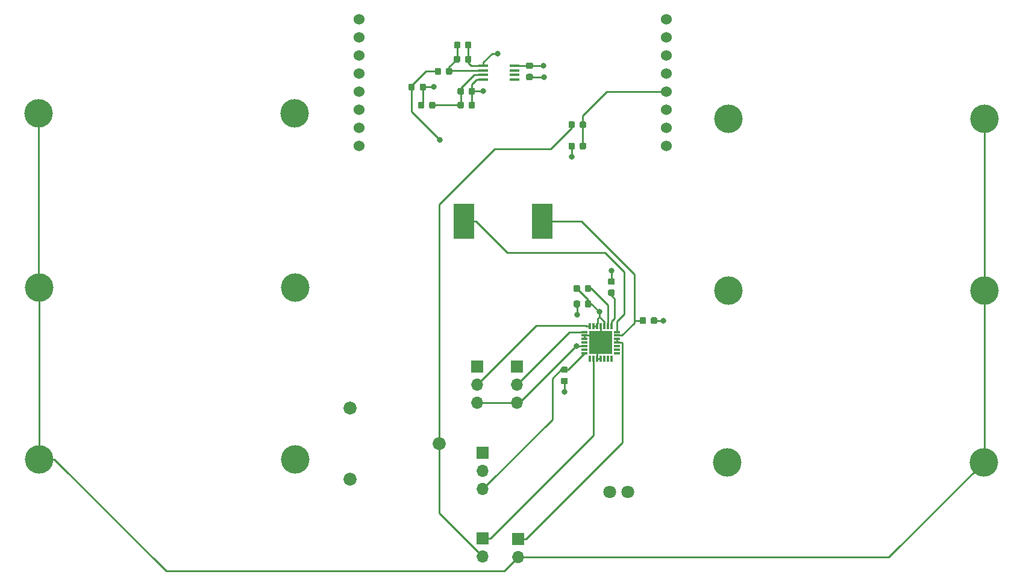
<source format=gbr>
G04 #@! TF.GenerationSoftware,KiCad,Pcbnew,(5.1.5)-3*
G04 #@! TF.CreationDate,2020-04-08T11:42:18+02:00*
G04 #@! TF.ProjectId,sensing_PMU,73656e73-696e-4675-9f50-4d552e6b6963,0.0*
G04 #@! TF.SameCoordinates,Original*
G04 #@! TF.FileFunction,Copper,L1,Top*
G04 #@! TF.FilePolarity,Positive*
%FSLAX46Y46*%
G04 Gerber Fmt 4.6, Leading zero omitted, Abs format (unit mm)*
G04 Created by KiCad (PCBNEW (5.1.5)-3) date 2020-04-08 11:42:18*
%MOMM*%
%LPD*%
G04 APERTURE LIST*
%ADD10R,3.000000X5.000000*%
%ADD11C,0.100000*%
%ADD12R,1.400000X0.450000*%
%ADD13C,1.524000*%
%ADD14C,1.800000*%
%ADD15C,4.000000*%
%ADD16O,1.700000X1.700000*%
%ADD17R,1.700000X1.700000*%
%ADD18C,1.830000*%
%ADD19C,0.758000*%
%ADD20R,3.250000X3.250000*%
%ADD21R,0.900000X0.300000*%
%ADD22R,0.300000X0.900000*%
%ADD23C,0.800000*%
%ADD24C,0.250000*%
G04 APERTURE END LIST*
D10*
X167450000Y-71200000D03*
X156450000Y-71200000D03*
G04 #@! TA.AperFunction,SMDPad,CuDef*
D11*
G36*
X172572691Y-80126053D02*
G01*
X172593926Y-80129203D01*
X172614750Y-80134419D01*
X172634962Y-80141651D01*
X172654368Y-80150830D01*
X172672781Y-80161866D01*
X172690024Y-80174654D01*
X172705930Y-80189070D01*
X172720346Y-80204976D01*
X172733134Y-80222219D01*
X172744170Y-80240632D01*
X172753349Y-80260038D01*
X172760581Y-80280250D01*
X172765797Y-80301074D01*
X172768947Y-80322309D01*
X172770000Y-80343750D01*
X172770000Y-80856250D01*
X172768947Y-80877691D01*
X172765797Y-80898926D01*
X172760581Y-80919750D01*
X172753349Y-80939962D01*
X172744170Y-80959368D01*
X172733134Y-80977781D01*
X172720346Y-80995024D01*
X172705930Y-81010930D01*
X172690024Y-81025346D01*
X172672781Y-81038134D01*
X172654368Y-81049170D01*
X172634962Y-81058349D01*
X172614750Y-81065581D01*
X172593926Y-81070797D01*
X172572691Y-81073947D01*
X172551250Y-81075000D01*
X172113750Y-81075000D01*
X172092309Y-81073947D01*
X172071074Y-81070797D01*
X172050250Y-81065581D01*
X172030038Y-81058349D01*
X172010632Y-81049170D01*
X171992219Y-81038134D01*
X171974976Y-81025346D01*
X171959070Y-81010930D01*
X171944654Y-80995024D01*
X171931866Y-80977781D01*
X171920830Y-80959368D01*
X171911651Y-80939962D01*
X171904419Y-80919750D01*
X171899203Y-80898926D01*
X171896053Y-80877691D01*
X171895000Y-80856250D01*
X171895000Y-80343750D01*
X171896053Y-80322309D01*
X171899203Y-80301074D01*
X171904419Y-80280250D01*
X171911651Y-80260038D01*
X171920830Y-80240632D01*
X171931866Y-80222219D01*
X171944654Y-80204976D01*
X171959070Y-80189070D01*
X171974976Y-80174654D01*
X171992219Y-80161866D01*
X172010632Y-80150830D01*
X172030038Y-80141651D01*
X172050250Y-80134419D01*
X172071074Y-80129203D01*
X172092309Y-80126053D01*
X172113750Y-80125000D01*
X172551250Y-80125000D01*
X172572691Y-80126053D01*
G37*
G04 #@! TD.AperFunction*
G04 #@! TA.AperFunction,SMDPad,CuDef*
G36*
X174147691Y-80126053D02*
G01*
X174168926Y-80129203D01*
X174189750Y-80134419D01*
X174209962Y-80141651D01*
X174229368Y-80150830D01*
X174247781Y-80161866D01*
X174265024Y-80174654D01*
X174280930Y-80189070D01*
X174295346Y-80204976D01*
X174308134Y-80222219D01*
X174319170Y-80240632D01*
X174328349Y-80260038D01*
X174335581Y-80280250D01*
X174340797Y-80301074D01*
X174343947Y-80322309D01*
X174345000Y-80343750D01*
X174345000Y-80856250D01*
X174343947Y-80877691D01*
X174340797Y-80898926D01*
X174335581Y-80919750D01*
X174328349Y-80939962D01*
X174319170Y-80959368D01*
X174308134Y-80977781D01*
X174295346Y-80995024D01*
X174280930Y-81010930D01*
X174265024Y-81025346D01*
X174247781Y-81038134D01*
X174229368Y-81049170D01*
X174209962Y-81058349D01*
X174189750Y-81065581D01*
X174168926Y-81070797D01*
X174147691Y-81073947D01*
X174126250Y-81075000D01*
X173688750Y-81075000D01*
X173667309Y-81073947D01*
X173646074Y-81070797D01*
X173625250Y-81065581D01*
X173605038Y-81058349D01*
X173585632Y-81049170D01*
X173567219Y-81038134D01*
X173549976Y-81025346D01*
X173534070Y-81010930D01*
X173519654Y-80995024D01*
X173506866Y-80977781D01*
X173495830Y-80959368D01*
X173486651Y-80939962D01*
X173479419Y-80919750D01*
X173474203Y-80898926D01*
X173471053Y-80877691D01*
X173470000Y-80856250D01*
X173470000Y-80343750D01*
X173471053Y-80322309D01*
X173474203Y-80301074D01*
X173479419Y-80280250D01*
X173486651Y-80260038D01*
X173495830Y-80240632D01*
X173506866Y-80222219D01*
X173519654Y-80204976D01*
X173534070Y-80189070D01*
X173549976Y-80174654D01*
X173567219Y-80161866D01*
X173585632Y-80150830D01*
X173605038Y-80141651D01*
X173625250Y-80134419D01*
X173646074Y-80129203D01*
X173667309Y-80126053D01*
X173688750Y-80125000D01*
X174126250Y-80125000D01*
X174147691Y-80126053D01*
G37*
G04 #@! TD.AperFunction*
D12*
X163600000Y-49325000D03*
X163600000Y-49975000D03*
X163600000Y-50625000D03*
X163600000Y-51275000D03*
X159200000Y-51275000D03*
X159200000Y-50625000D03*
X159200000Y-49975000D03*
X159200000Y-49325000D03*
D13*
X141700000Y-42800000D03*
X141700000Y-45340000D03*
X141700000Y-47880000D03*
X141700000Y-50420000D03*
X141700000Y-52960000D03*
X141700000Y-55500000D03*
X141700000Y-58040000D03*
X141700000Y-60580000D03*
X184880000Y-42800000D03*
X184880000Y-45340000D03*
X184880000Y-47880000D03*
X184880000Y-50420000D03*
X184880000Y-52960000D03*
X184880000Y-55500000D03*
X184880000Y-58040000D03*
X184880000Y-60580000D03*
D14*
X176930000Y-109170000D03*
X179470000Y-109170000D03*
D15*
X193600000Y-56800000D03*
X229600000Y-56800000D03*
X193600000Y-80920000D03*
X229600000Y-80920000D03*
X193500000Y-105000000D03*
X229500000Y-105000000D03*
X132800000Y-104600000D03*
X96800000Y-104600000D03*
X132800000Y-80480000D03*
X96800000Y-80480000D03*
X96700000Y-56000000D03*
X132700000Y-56000000D03*
D16*
X164100000Y-118340000D03*
D17*
X164100000Y-115800000D03*
D16*
X159100000Y-118240000D03*
D17*
X159100000Y-115700000D03*
D18*
X140500000Y-107400000D03*
X140500000Y-97400000D03*
X153000000Y-102400000D03*
G04 #@! TA.AperFunction,SMDPad,CuDef*
D11*
G36*
X177477691Y-79176053D02*
G01*
X177498926Y-79179203D01*
X177519750Y-79184419D01*
X177539962Y-79191651D01*
X177559368Y-79200830D01*
X177577781Y-79211866D01*
X177595024Y-79224654D01*
X177610930Y-79239070D01*
X177625346Y-79254976D01*
X177638134Y-79272219D01*
X177649170Y-79290632D01*
X177658349Y-79310038D01*
X177665581Y-79330250D01*
X177670797Y-79351074D01*
X177673947Y-79372309D01*
X177675000Y-79393750D01*
X177675000Y-79831250D01*
X177673947Y-79852691D01*
X177670797Y-79873926D01*
X177665581Y-79894750D01*
X177658349Y-79914962D01*
X177649170Y-79934368D01*
X177638134Y-79952781D01*
X177625346Y-79970024D01*
X177610930Y-79985930D01*
X177595024Y-80000346D01*
X177577781Y-80013134D01*
X177559368Y-80024170D01*
X177539962Y-80033349D01*
X177519750Y-80040581D01*
X177498926Y-80045797D01*
X177477691Y-80048947D01*
X177456250Y-80050000D01*
X176943750Y-80050000D01*
X176922309Y-80048947D01*
X176901074Y-80045797D01*
X176880250Y-80040581D01*
X176860038Y-80033349D01*
X176840632Y-80024170D01*
X176822219Y-80013134D01*
X176804976Y-80000346D01*
X176789070Y-79985930D01*
X176774654Y-79970024D01*
X176761866Y-79952781D01*
X176750830Y-79934368D01*
X176741651Y-79914962D01*
X176734419Y-79894750D01*
X176729203Y-79873926D01*
X176726053Y-79852691D01*
X176725000Y-79831250D01*
X176725000Y-79393750D01*
X176726053Y-79372309D01*
X176729203Y-79351074D01*
X176734419Y-79330250D01*
X176741651Y-79310038D01*
X176750830Y-79290632D01*
X176761866Y-79272219D01*
X176774654Y-79254976D01*
X176789070Y-79239070D01*
X176804976Y-79224654D01*
X176822219Y-79211866D01*
X176840632Y-79200830D01*
X176860038Y-79191651D01*
X176880250Y-79184419D01*
X176901074Y-79179203D01*
X176922309Y-79176053D01*
X176943750Y-79175000D01*
X177456250Y-79175000D01*
X177477691Y-79176053D01*
G37*
G04 #@! TD.AperFunction*
G04 #@! TA.AperFunction,SMDPad,CuDef*
G36*
X177477691Y-80751053D02*
G01*
X177498926Y-80754203D01*
X177519750Y-80759419D01*
X177539962Y-80766651D01*
X177559368Y-80775830D01*
X177577781Y-80786866D01*
X177595024Y-80799654D01*
X177610930Y-80814070D01*
X177625346Y-80829976D01*
X177638134Y-80847219D01*
X177649170Y-80865632D01*
X177658349Y-80885038D01*
X177665581Y-80905250D01*
X177670797Y-80926074D01*
X177673947Y-80947309D01*
X177675000Y-80968750D01*
X177675000Y-81406250D01*
X177673947Y-81427691D01*
X177670797Y-81448926D01*
X177665581Y-81469750D01*
X177658349Y-81489962D01*
X177649170Y-81509368D01*
X177638134Y-81527781D01*
X177625346Y-81545024D01*
X177610930Y-81560930D01*
X177595024Y-81575346D01*
X177577781Y-81588134D01*
X177559368Y-81599170D01*
X177539962Y-81608349D01*
X177519750Y-81615581D01*
X177498926Y-81620797D01*
X177477691Y-81623947D01*
X177456250Y-81625000D01*
X176943750Y-81625000D01*
X176922309Y-81623947D01*
X176901074Y-81620797D01*
X176880250Y-81615581D01*
X176860038Y-81608349D01*
X176840632Y-81599170D01*
X176822219Y-81588134D01*
X176804976Y-81575346D01*
X176789070Y-81560930D01*
X176774654Y-81545024D01*
X176761866Y-81527781D01*
X176750830Y-81509368D01*
X176741651Y-81489962D01*
X176734419Y-81469750D01*
X176729203Y-81448926D01*
X176726053Y-81427691D01*
X176725000Y-81406250D01*
X176725000Y-80968750D01*
X176726053Y-80947309D01*
X176729203Y-80926074D01*
X176734419Y-80905250D01*
X176741651Y-80885038D01*
X176750830Y-80865632D01*
X176761866Y-80847219D01*
X176774654Y-80829976D01*
X176789070Y-80814070D01*
X176804976Y-80799654D01*
X176822219Y-80786866D01*
X176840632Y-80775830D01*
X176860038Y-80766651D01*
X176880250Y-80759419D01*
X176901074Y-80754203D01*
X176922309Y-80751053D01*
X176943750Y-80750000D01*
X177456250Y-80750000D01*
X177477691Y-80751053D01*
G37*
G04 #@! TD.AperFunction*
D16*
X163900000Y-96640000D03*
X163900000Y-94100000D03*
D17*
X163900000Y-91560000D03*
D16*
X159100000Y-108780000D03*
X159100000Y-106240000D03*
D17*
X159100000Y-103700000D03*
D16*
X158320000Y-96640000D03*
X158320000Y-94100000D03*
D17*
X158320000Y-91560000D03*
G04 #@! TA.AperFunction,SMDPad,CuDef*
D11*
G36*
X173427691Y-57126053D02*
G01*
X173448926Y-57129203D01*
X173469750Y-57134419D01*
X173489962Y-57141651D01*
X173509368Y-57150830D01*
X173527781Y-57161866D01*
X173545024Y-57174654D01*
X173560930Y-57189070D01*
X173575346Y-57204976D01*
X173588134Y-57222219D01*
X173599170Y-57240632D01*
X173608349Y-57260038D01*
X173615581Y-57280250D01*
X173620797Y-57301074D01*
X173623947Y-57322309D01*
X173625000Y-57343750D01*
X173625000Y-57856250D01*
X173623947Y-57877691D01*
X173620797Y-57898926D01*
X173615581Y-57919750D01*
X173608349Y-57939962D01*
X173599170Y-57959368D01*
X173588134Y-57977781D01*
X173575346Y-57995024D01*
X173560930Y-58010930D01*
X173545024Y-58025346D01*
X173527781Y-58038134D01*
X173509368Y-58049170D01*
X173489962Y-58058349D01*
X173469750Y-58065581D01*
X173448926Y-58070797D01*
X173427691Y-58073947D01*
X173406250Y-58075000D01*
X172968750Y-58075000D01*
X172947309Y-58073947D01*
X172926074Y-58070797D01*
X172905250Y-58065581D01*
X172885038Y-58058349D01*
X172865632Y-58049170D01*
X172847219Y-58038134D01*
X172829976Y-58025346D01*
X172814070Y-58010930D01*
X172799654Y-57995024D01*
X172786866Y-57977781D01*
X172775830Y-57959368D01*
X172766651Y-57939962D01*
X172759419Y-57919750D01*
X172754203Y-57898926D01*
X172751053Y-57877691D01*
X172750000Y-57856250D01*
X172750000Y-57343750D01*
X172751053Y-57322309D01*
X172754203Y-57301074D01*
X172759419Y-57280250D01*
X172766651Y-57260038D01*
X172775830Y-57240632D01*
X172786866Y-57222219D01*
X172799654Y-57204976D01*
X172814070Y-57189070D01*
X172829976Y-57174654D01*
X172847219Y-57161866D01*
X172865632Y-57150830D01*
X172885038Y-57141651D01*
X172905250Y-57134419D01*
X172926074Y-57129203D01*
X172947309Y-57126053D01*
X172968750Y-57125000D01*
X173406250Y-57125000D01*
X173427691Y-57126053D01*
G37*
G04 #@! TD.AperFunction*
G04 #@! TA.AperFunction,SMDPad,CuDef*
G36*
X171852691Y-57126053D02*
G01*
X171873926Y-57129203D01*
X171894750Y-57134419D01*
X171914962Y-57141651D01*
X171934368Y-57150830D01*
X171952781Y-57161866D01*
X171970024Y-57174654D01*
X171985930Y-57189070D01*
X172000346Y-57204976D01*
X172013134Y-57222219D01*
X172024170Y-57240632D01*
X172033349Y-57260038D01*
X172040581Y-57280250D01*
X172045797Y-57301074D01*
X172048947Y-57322309D01*
X172050000Y-57343750D01*
X172050000Y-57856250D01*
X172048947Y-57877691D01*
X172045797Y-57898926D01*
X172040581Y-57919750D01*
X172033349Y-57939962D01*
X172024170Y-57959368D01*
X172013134Y-57977781D01*
X172000346Y-57995024D01*
X171985930Y-58010930D01*
X171970024Y-58025346D01*
X171952781Y-58038134D01*
X171934368Y-58049170D01*
X171914962Y-58058349D01*
X171894750Y-58065581D01*
X171873926Y-58070797D01*
X171852691Y-58073947D01*
X171831250Y-58075000D01*
X171393750Y-58075000D01*
X171372309Y-58073947D01*
X171351074Y-58070797D01*
X171330250Y-58065581D01*
X171310038Y-58058349D01*
X171290632Y-58049170D01*
X171272219Y-58038134D01*
X171254976Y-58025346D01*
X171239070Y-58010930D01*
X171224654Y-57995024D01*
X171211866Y-57977781D01*
X171200830Y-57959368D01*
X171191651Y-57939962D01*
X171184419Y-57919750D01*
X171179203Y-57898926D01*
X171176053Y-57877691D01*
X171175000Y-57856250D01*
X171175000Y-57343750D01*
X171176053Y-57322309D01*
X171179203Y-57301074D01*
X171184419Y-57280250D01*
X171191651Y-57260038D01*
X171200830Y-57240632D01*
X171211866Y-57222219D01*
X171224654Y-57204976D01*
X171239070Y-57189070D01*
X171254976Y-57174654D01*
X171272219Y-57161866D01*
X171290632Y-57150830D01*
X171310038Y-57141651D01*
X171330250Y-57134419D01*
X171351074Y-57129203D01*
X171372309Y-57126053D01*
X171393750Y-57125000D01*
X171831250Y-57125000D01*
X171852691Y-57126053D01*
G37*
G04 #@! TD.AperFunction*
G04 #@! TA.AperFunction,SMDPad,CuDef*
G36*
X171852691Y-60126053D02*
G01*
X171873926Y-60129203D01*
X171894750Y-60134419D01*
X171914962Y-60141651D01*
X171934368Y-60150830D01*
X171952781Y-60161866D01*
X171970024Y-60174654D01*
X171985930Y-60189070D01*
X172000346Y-60204976D01*
X172013134Y-60222219D01*
X172024170Y-60240632D01*
X172033349Y-60260038D01*
X172040581Y-60280250D01*
X172045797Y-60301074D01*
X172048947Y-60322309D01*
X172050000Y-60343750D01*
X172050000Y-60856250D01*
X172048947Y-60877691D01*
X172045797Y-60898926D01*
X172040581Y-60919750D01*
X172033349Y-60939962D01*
X172024170Y-60959368D01*
X172013134Y-60977781D01*
X172000346Y-60995024D01*
X171985930Y-61010930D01*
X171970024Y-61025346D01*
X171952781Y-61038134D01*
X171934368Y-61049170D01*
X171914962Y-61058349D01*
X171894750Y-61065581D01*
X171873926Y-61070797D01*
X171852691Y-61073947D01*
X171831250Y-61075000D01*
X171393750Y-61075000D01*
X171372309Y-61073947D01*
X171351074Y-61070797D01*
X171330250Y-61065581D01*
X171310038Y-61058349D01*
X171290632Y-61049170D01*
X171272219Y-61038134D01*
X171254976Y-61025346D01*
X171239070Y-61010930D01*
X171224654Y-60995024D01*
X171211866Y-60977781D01*
X171200830Y-60959368D01*
X171191651Y-60939962D01*
X171184419Y-60919750D01*
X171179203Y-60898926D01*
X171176053Y-60877691D01*
X171175000Y-60856250D01*
X171175000Y-60343750D01*
X171176053Y-60322309D01*
X171179203Y-60301074D01*
X171184419Y-60280250D01*
X171191651Y-60260038D01*
X171200830Y-60240632D01*
X171211866Y-60222219D01*
X171224654Y-60204976D01*
X171239070Y-60189070D01*
X171254976Y-60174654D01*
X171272219Y-60161866D01*
X171290632Y-60150830D01*
X171310038Y-60141651D01*
X171330250Y-60134419D01*
X171351074Y-60129203D01*
X171372309Y-60126053D01*
X171393750Y-60125000D01*
X171831250Y-60125000D01*
X171852691Y-60126053D01*
G37*
G04 #@! TD.AperFunction*
G04 #@! TA.AperFunction,SMDPad,CuDef*
G36*
X173427691Y-60126053D02*
G01*
X173448926Y-60129203D01*
X173469750Y-60134419D01*
X173489962Y-60141651D01*
X173509368Y-60150830D01*
X173527781Y-60161866D01*
X173545024Y-60174654D01*
X173560930Y-60189070D01*
X173575346Y-60204976D01*
X173588134Y-60222219D01*
X173599170Y-60240632D01*
X173608349Y-60260038D01*
X173615581Y-60280250D01*
X173620797Y-60301074D01*
X173623947Y-60322309D01*
X173625000Y-60343750D01*
X173625000Y-60856250D01*
X173623947Y-60877691D01*
X173620797Y-60898926D01*
X173615581Y-60919750D01*
X173608349Y-60939962D01*
X173599170Y-60959368D01*
X173588134Y-60977781D01*
X173575346Y-60995024D01*
X173560930Y-61010930D01*
X173545024Y-61025346D01*
X173527781Y-61038134D01*
X173509368Y-61049170D01*
X173489962Y-61058349D01*
X173469750Y-61065581D01*
X173448926Y-61070797D01*
X173427691Y-61073947D01*
X173406250Y-61075000D01*
X172968750Y-61075000D01*
X172947309Y-61073947D01*
X172926074Y-61070797D01*
X172905250Y-61065581D01*
X172885038Y-61058349D01*
X172865632Y-61049170D01*
X172847219Y-61038134D01*
X172829976Y-61025346D01*
X172814070Y-61010930D01*
X172799654Y-60995024D01*
X172786866Y-60977781D01*
X172775830Y-60959368D01*
X172766651Y-60939962D01*
X172759419Y-60919750D01*
X172754203Y-60898926D01*
X172751053Y-60877691D01*
X172750000Y-60856250D01*
X172750000Y-60343750D01*
X172751053Y-60322309D01*
X172754203Y-60301074D01*
X172759419Y-60280250D01*
X172766651Y-60260038D01*
X172775830Y-60240632D01*
X172786866Y-60222219D01*
X172799654Y-60204976D01*
X172814070Y-60189070D01*
X172829976Y-60174654D01*
X172847219Y-60161866D01*
X172865632Y-60150830D01*
X172885038Y-60141651D01*
X172905250Y-60134419D01*
X172926074Y-60129203D01*
X172947309Y-60126053D01*
X172968750Y-60125000D01*
X173406250Y-60125000D01*
X173427691Y-60126053D01*
G37*
G04 #@! TD.AperFunction*
G04 #@! TA.AperFunction,SMDPad,CuDef*
G36*
X157827691Y-54366053D02*
G01*
X157848926Y-54369203D01*
X157869750Y-54374419D01*
X157889962Y-54381651D01*
X157909368Y-54390830D01*
X157927781Y-54401866D01*
X157945024Y-54414654D01*
X157960930Y-54429070D01*
X157975346Y-54444976D01*
X157988134Y-54462219D01*
X157999170Y-54480632D01*
X158008349Y-54500038D01*
X158015581Y-54520250D01*
X158020797Y-54541074D01*
X158023947Y-54562309D01*
X158025000Y-54583750D01*
X158025000Y-55096250D01*
X158023947Y-55117691D01*
X158020797Y-55138926D01*
X158015581Y-55159750D01*
X158008349Y-55179962D01*
X157999170Y-55199368D01*
X157988134Y-55217781D01*
X157975346Y-55235024D01*
X157960930Y-55250930D01*
X157945024Y-55265346D01*
X157927781Y-55278134D01*
X157909368Y-55289170D01*
X157889962Y-55298349D01*
X157869750Y-55305581D01*
X157848926Y-55310797D01*
X157827691Y-55313947D01*
X157806250Y-55315000D01*
X157368750Y-55315000D01*
X157347309Y-55313947D01*
X157326074Y-55310797D01*
X157305250Y-55305581D01*
X157285038Y-55298349D01*
X157265632Y-55289170D01*
X157247219Y-55278134D01*
X157229976Y-55265346D01*
X157214070Y-55250930D01*
X157199654Y-55235024D01*
X157186866Y-55217781D01*
X157175830Y-55199368D01*
X157166651Y-55179962D01*
X157159419Y-55159750D01*
X157154203Y-55138926D01*
X157151053Y-55117691D01*
X157150000Y-55096250D01*
X157150000Y-54583750D01*
X157151053Y-54562309D01*
X157154203Y-54541074D01*
X157159419Y-54520250D01*
X157166651Y-54500038D01*
X157175830Y-54480632D01*
X157186866Y-54462219D01*
X157199654Y-54444976D01*
X157214070Y-54429070D01*
X157229976Y-54414654D01*
X157247219Y-54401866D01*
X157265632Y-54390830D01*
X157285038Y-54381651D01*
X157305250Y-54374419D01*
X157326074Y-54369203D01*
X157347309Y-54366053D01*
X157368750Y-54365000D01*
X157806250Y-54365000D01*
X157827691Y-54366053D01*
G37*
G04 #@! TD.AperFunction*
G04 #@! TA.AperFunction,SMDPad,CuDef*
G36*
X156252691Y-54366053D02*
G01*
X156273926Y-54369203D01*
X156294750Y-54374419D01*
X156314962Y-54381651D01*
X156334368Y-54390830D01*
X156352781Y-54401866D01*
X156370024Y-54414654D01*
X156385930Y-54429070D01*
X156400346Y-54444976D01*
X156413134Y-54462219D01*
X156424170Y-54480632D01*
X156433349Y-54500038D01*
X156440581Y-54520250D01*
X156445797Y-54541074D01*
X156448947Y-54562309D01*
X156450000Y-54583750D01*
X156450000Y-55096250D01*
X156448947Y-55117691D01*
X156445797Y-55138926D01*
X156440581Y-55159750D01*
X156433349Y-55179962D01*
X156424170Y-55199368D01*
X156413134Y-55217781D01*
X156400346Y-55235024D01*
X156385930Y-55250930D01*
X156370024Y-55265346D01*
X156352781Y-55278134D01*
X156334368Y-55289170D01*
X156314962Y-55298349D01*
X156294750Y-55305581D01*
X156273926Y-55310797D01*
X156252691Y-55313947D01*
X156231250Y-55315000D01*
X155793750Y-55315000D01*
X155772309Y-55313947D01*
X155751074Y-55310797D01*
X155730250Y-55305581D01*
X155710038Y-55298349D01*
X155690632Y-55289170D01*
X155672219Y-55278134D01*
X155654976Y-55265346D01*
X155639070Y-55250930D01*
X155624654Y-55235024D01*
X155611866Y-55217781D01*
X155600830Y-55199368D01*
X155591651Y-55179962D01*
X155584419Y-55159750D01*
X155579203Y-55138926D01*
X155576053Y-55117691D01*
X155575000Y-55096250D01*
X155575000Y-54583750D01*
X155576053Y-54562309D01*
X155579203Y-54541074D01*
X155584419Y-54520250D01*
X155591651Y-54500038D01*
X155600830Y-54480632D01*
X155611866Y-54462219D01*
X155624654Y-54444976D01*
X155639070Y-54429070D01*
X155654976Y-54414654D01*
X155672219Y-54401866D01*
X155690632Y-54390830D01*
X155710038Y-54381651D01*
X155730250Y-54374419D01*
X155751074Y-54369203D01*
X155772309Y-54366053D01*
X155793750Y-54365000D01*
X156231250Y-54365000D01*
X156252691Y-54366053D01*
G37*
G04 #@! TD.AperFunction*
G04 #@! TA.AperFunction,SMDPad,CuDef*
G36*
X152267691Y-54376053D02*
G01*
X152288926Y-54379203D01*
X152309750Y-54384419D01*
X152329962Y-54391651D01*
X152349368Y-54400830D01*
X152367781Y-54411866D01*
X152385024Y-54424654D01*
X152400930Y-54439070D01*
X152415346Y-54454976D01*
X152428134Y-54472219D01*
X152439170Y-54490632D01*
X152448349Y-54510038D01*
X152455581Y-54530250D01*
X152460797Y-54551074D01*
X152463947Y-54572309D01*
X152465000Y-54593750D01*
X152465000Y-55106250D01*
X152463947Y-55127691D01*
X152460797Y-55148926D01*
X152455581Y-55169750D01*
X152448349Y-55189962D01*
X152439170Y-55209368D01*
X152428134Y-55227781D01*
X152415346Y-55245024D01*
X152400930Y-55260930D01*
X152385024Y-55275346D01*
X152367781Y-55288134D01*
X152349368Y-55299170D01*
X152329962Y-55308349D01*
X152309750Y-55315581D01*
X152288926Y-55320797D01*
X152267691Y-55323947D01*
X152246250Y-55325000D01*
X151808750Y-55325000D01*
X151787309Y-55323947D01*
X151766074Y-55320797D01*
X151745250Y-55315581D01*
X151725038Y-55308349D01*
X151705632Y-55299170D01*
X151687219Y-55288134D01*
X151669976Y-55275346D01*
X151654070Y-55260930D01*
X151639654Y-55245024D01*
X151626866Y-55227781D01*
X151615830Y-55209368D01*
X151606651Y-55189962D01*
X151599419Y-55169750D01*
X151594203Y-55148926D01*
X151591053Y-55127691D01*
X151590000Y-55106250D01*
X151590000Y-54593750D01*
X151591053Y-54572309D01*
X151594203Y-54551074D01*
X151599419Y-54530250D01*
X151606651Y-54510038D01*
X151615830Y-54490632D01*
X151626866Y-54472219D01*
X151639654Y-54454976D01*
X151654070Y-54439070D01*
X151669976Y-54424654D01*
X151687219Y-54411866D01*
X151705632Y-54400830D01*
X151725038Y-54391651D01*
X151745250Y-54384419D01*
X151766074Y-54379203D01*
X151787309Y-54376053D01*
X151808750Y-54375000D01*
X152246250Y-54375000D01*
X152267691Y-54376053D01*
G37*
G04 #@! TD.AperFunction*
G04 #@! TA.AperFunction,SMDPad,CuDef*
G36*
X150692691Y-54376053D02*
G01*
X150713926Y-54379203D01*
X150734750Y-54384419D01*
X150754962Y-54391651D01*
X150774368Y-54400830D01*
X150792781Y-54411866D01*
X150810024Y-54424654D01*
X150825930Y-54439070D01*
X150840346Y-54454976D01*
X150853134Y-54472219D01*
X150864170Y-54490632D01*
X150873349Y-54510038D01*
X150880581Y-54530250D01*
X150885797Y-54551074D01*
X150888947Y-54572309D01*
X150890000Y-54593750D01*
X150890000Y-55106250D01*
X150888947Y-55127691D01*
X150885797Y-55148926D01*
X150880581Y-55169750D01*
X150873349Y-55189962D01*
X150864170Y-55209368D01*
X150853134Y-55227781D01*
X150840346Y-55245024D01*
X150825930Y-55260930D01*
X150810024Y-55275346D01*
X150792781Y-55288134D01*
X150774368Y-55299170D01*
X150754962Y-55308349D01*
X150734750Y-55315581D01*
X150713926Y-55320797D01*
X150692691Y-55323947D01*
X150671250Y-55325000D01*
X150233750Y-55325000D01*
X150212309Y-55323947D01*
X150191074Y-55320797D01*
X150170250Y-55315581D01*
X150150038Y-55308349D01*
X150130632Y-55299170D01*
X150112219Y-55288134D01*
X150094976Y-55275346D01*
X150079070Y-55260930D01*
X150064654Y-55245024D01*
X150051866Y-55227781D01*
X150040830Y-55209368D01*
X150031651Y-55189962D01*
X150024419Y-55169750D01*
X150019203Y-55148926D01*
X150016053Y-55127691D01*
X150015000Y-55106250D01*
X150015000Y-54593750D01*
X150016053Y-54572309D01*
X150019203Y-54551074D01*
X150024419Y-54530250D01*
X150031651Y-54510038D01*
X150040830Y-54490632D01*
X150051866Y-54472219D01*
X150064654Y-54454976D01*
X150079070Y-54439070D01*
X150094976Y-54424654D01*
X150112219Y-54411866D01*
X150130632Y-54400830D01*
X150150038Y-54391651D01*
X150170250Y-54384419D01*
X150191074Y-54379203D01*
X150212309Y-54376053D01*
X150233750Y-54375000D01*
X150671250Y-54375000D01*
X150692691Y-54376053D01*
G37*
G04 #@! TD.AperFunction*
G04 #@! TA.AperFunction,SMDPad,CuDef*
G36*
X155752691Y-45926053D02*
G01*
X155773926Y-45929203D01*
X155794750Y-45934419D01*
X155814962Y-45941651D01*
X155834368Y-45950830D01*
X155852781Y-45961866D01*
X155870024Y-45974654D01*
X155885930Y-45989070D01*
X155900346Y-46004976D01*
X155913134Y-46022219D01*
X155924170Y-46040632D01*
X155933349Y-46060038D01*
X155940581Y-46080250D01*
X155945797Y-46101074D01*
X155948947Y-46122309D01*
X155950000Y-46143750D01*
X155950000Y-46656250D01*
X155948947Y-46677691D01*
X155945797Y-46698926D01*
X155940581Y-46719750D01*
X155933349Y-46739962D01*
X155924170Y-46759368D01*
X155913134Y-46777781D01*
X155900346Y-46795024D01*
X155885930Y-46810930D01*
X155870024Y-46825346D01*
X155852781Y-46838134D01*
X155834368Y-46849170D01*
X155814962Y-46858349D01*
X155794750Y-46865581D01*
X155773926Y-46870797D01*
X155752691Y-46873947D01*
X155731250Y-46875000D01*
X155293750Y-46875000D01*
X155272309Y-46873947D01*
X155251074Y-46870797D01*
X155230250Y-46865581D01*
X155210038Y-46858349D01*
X155190632Y-46849170D01*
X155172219Y-46838134D01*
X155154976Y-46825346D01*
X155139070Y-46810930D01*
X155124654Y-46795024D01*
X155111866Y-46777781D01*
X155100830Y-46759368D01*
X155091651Y-46739962D01*
X155084419Y-46719750D01*
X155079203Y-46698926D01*
X155076053Y-46677691D01*
X155075000Y-46656250D01*
X155075000Y-46143750D01*
X155076053Y-46122309D01*
X155079203Y-46101074D01*
X155084419Y-46080250D01*
X155091651Y-46060038D01*
X155100830Y-46040632D01*
X155111866Y-46022219D01*
X155124654Y-46004976D01*
X155139070Y-45989070D01*
X155154976Y-45974654D01*
X155172219Y-45961866D01*
X155190632Y-45950830D01*
X155210038Y-45941651D01*
X155230250Y-45934419D01*
X155251074Y-45929203D01*
X155272309Y-45926053D01*
X155293750Y-45925000D01*
X155731250Y-45925000D01*
X155752691Y-45926053D01*
G37*
G04 #@! TD.AperFunction*
G04 #@! TA.AperFunction,SMDPad,CuDef*
G36*
X157327691Y-45926053D02*
G01*
X157348926Y-45929203D01*
X157369750Y-45934419D01*
X157389962Y-45941651D01*
X157409368Y-45950830D01*
X157427781Y-45961866D01*
X157445024Y-45974654D01*
X157460930Y-45989070D01*
X157475346Y-46004976D01*
X157488134Y-46022219D01*
X157499170Y-46040632D01*
X157508349Y-46060038D01*
X157515581Y-46080250D01*
X157520797Y-46101074D01*
X157523947Y-46122309D01*
X157525000Y-46143750D01*
X157525000Y-46656250D01*
X157523947Y-46677691D01*
X157520797Y-46698926D01*
X157515581Y-46719750D01*
X157508349Y-46739962D01*
X157499170Y-46759368D01*
X157488134Y-46777781D01*
X157475346Y-46795024D01*
X157460930Y-46810930D01*
X157445024Y-46825346D01*
X157427781Y-46838134D01*
X157409368Y-46849170D01*
X157389962Y-46858349D01*
X157369750Y-46865581D01*
X157348926Y-46870797D01*
X157327691Y-46873947D01*
X157306250Y-46875000D01*
X156868750Y-46875000D01*
X156847309Y-46873947D01*
X156826074Y-46870797D01*
X156805250Y-46865581D01*
X156785038Y-46858349D01*
X156765632Y-46849170D01*
X156747219Y-46838134D01*
X156729976Y-46825346D01*
X156714070Y-46810930D01*
X156699654Y-46795024D01*
X156686866Y-46777781D01*
X156675830Y-46759368D01*
X156666651Y-46739962D01*
X156659419Y-46719750D01*
X156654203Y-46698926D01*
X156651053Y-46677691D01*
X156650000Y-46656250D01*
X156650000Y-46143750D01*
X156651053Y-46122309D01*
X156654203Y-46101074D01*
X156659419Y-46080250D01*
X156666651Y-46060038D01*
X156675830Y-46040632D01*
X156686866Y-46022219D01*
X156699654Y-46004976D01*
X156714070Y-45989070D01*
X156729976Y-45974654D01*
X156747219Y-45961866D01*
X156765632Y-45950830D01*
X156785038Y-45941651D01*
X156805250Y-45934419D01*
X156826074Y-45929203D01*
X156847309Y-45926053D01*
X156868750Y-45925000D01*
X157306250Y-45925000D01*
X157327691Y-45926053D01*
G37*
G04 #@! TD.AperFunction*
G04 #@! TA.AperFunction,SMDPad,CuDef*
G36*
X149352691Y-51826053D02*
G01*
X149373926Y-51829203D01*
X149394750Y-51834419D01*
X149414962Y-51841651D01*
X149434368Y-51850830D01*
X149452781Y-51861866D01*
X149470024Y-51874654D01*
X149485930Y-51889070D01*
X149500346Y-51904976D01*
X149513134Y-51922219D01*
X149524170Y-51940632D01*
X149533349Y-51960038D01*
X149540581Y-51980250D01*
X149545797Y-52001074D01*
X149548947Y-52022309D01*
X149550000Y-52043750D01*
X149550000Y-52556250D01*
X149548947Y-52577691D01*
X149545797Y-52598926D01*
X149540581Y-52619750D01*
X149533349Y-52639962D01*
X149524170Y-52659368D01*
X149513134Y-52677781D01*
X149500346Y-52695024D01*
X149485930Y-52710930D01*
X149470024Y-52725346D01*
X149452781Y-52738134D01*
X149434368Y-52749170D01*
X149414962Y-52758349D01*
X149394750Y-52765581D01*
X149373926Y-52770797D01*
X149352691Y-52773947D01*
X149331250Y-52775000D01*
X148893750Y-52775000D01*
X148872309Y-52773947D01*
X148851074Y-52770797D01*
X148830250Y-52765581D01*
X148810038Y-52758349D01*
X148790632Y-52749170D01*
X148772219Y-52738134D01*
X148754976Y-52725346D01*
X148739070Y-52710930D01*
X148724654Y-52695024D01*
X148711866Y-52677781D01*
X148700830Y-52659368D01*
X148691651Y-52639962D01*
X148684419Y-52619750D01*
X148679203Y-52598926D01*
X148676053Y-52577691D01*
X148675000Y-52556250D01*
X148675000Y-52043750D01*
X148676053Y-52022309D01*
X148679203Y-52001074D01*
X148684419Y-51980250D01*
X148691651Y-51960038D01*
X148700830Y-51940632D01*
X148711866Y-51922219D01*
X148724654Y-51904976D01*
X148739070Y-51889070D01*
X148754976Y-51874654D01*
X148772219Y-51861866D01*
X148790632Y-51850830D01*
X148810038Y-51841651D01*
X148830250Y-51834419D01*
X148851074Y-51829203D01*
X148872309Y-51826053D01*
X148893750Y-51825000D01*
X149331250Y-51825000D01*
X149352691Y-51826053D01*
G37*
G04 #@! TD.AperFunction*
G04 #@! TA.AperFunction,SMDPad,CuDef*
G36*
X150927691Y-51826053D02*
G01*
X150948926Y-51829203D01*
X150969750Y-51834419D01*
X150989962Y-51841651D01*
X151009368Y-51850830D01*
X151027781Y-51861866D01*
X151045024Y-51874654D01*
X151060930Y-51889070D01*
X151075346Y-51904976D01*
X151088134Y-51922219D01*
X151099170Y-51940632D01*
X151108349Y-51960038D01*
X151115581Y-51980250D01*
X151120797Y-52001074D01*
X151123947Y-52022309D01*
X151125000Y-52043750D01*
X151125000Y-52556250D01*
X151123947Y-52577691D01*
X151120797Y-52598926D01*
X151115581Y-52619750D01*
X151108349Y-52639962D01*
X151099170Y-52659368D01*
X151088134Y-52677781D01*
X151075346Y-52695024D01*
X151060930Y-52710930D01*
X151045024Y-52725346D01*
X151027781Y-52738134D01*
X151009368Y-52749170D01*
X150989962Y-52758349D01*
X150969750Y-52765581D01*
X150948926Y-52770797D01*
X150927691Y-52773947D01*
X150906250Y-52775000D01*
X150468750Y-52775000D01*
X150447309Y-52773947D01*
X150426074Y-52770797D01*
X150405250Y-52765581D01*
X150385038Y-52758349D01*
X150365632Y-52749170D01*
X150347219Y-52738134D01*
X150329976Y-52725346D01*
X150314070Y-52710930D01*
X150299654Y-52695024D01*
X150286866Y-52677781D01*
X150275830Y-52659368D01*
X150266651Y-52639962D01*
X150259419Y-52619750D01*
X150254203Y-52598926D01*
X150251053Y-52577691D01*
X150250000Y-52556250D01*
X150250000Y-52043750D01*
X150251053Y-52022309D01*
X150254203Y-52001074D01*
X150259419Y-51980250D01*
X150266651Y-51960038D01*
X150275830Y-51940632D01*
X150286866Y-51922219D01*
X150299654Y-51904976D01*
X150314070Y-51889070D01*
X150329976Y-51874654D01*
X150347219Y-51861866D01*
X150365632Y-51850830D01*
X150385038Y-51841651D01*
X150405250Y-51834419D01*
X150426074Y-51829203D01*
X150447309Y-51826053D01*
X150468750Y-51825000D01*
X150906250Y-51825000D01*
X150927691Y-51826053D01*
G37*
G04 #@! TD.AperFunction*
G04 #@! TA.AperFunction,SMDPad,CuDef*
G36*
X183427691Y-84636053D02*
G01*
X183448926Y-84639203D01*
X183469750Y-84644419D01*
X183489962Y-84651651D01*
X183509368Y-84660830D01*
X183527781Y-84671866D01*
X183545024Y-84684654D01*
X183560930Y-84699070D01*
X183575346Y-84714976D01*
X183588134Y-84732219D01*
X183599170Y-84750632D01*
X183608349Y-84770038D01*
X183615581Y-84790250D01*
X183620797Y-84811074D01*
X183623947Y-84832309D01*
X183625000Y-84853750D01*
X183625000Y-85366250D01*
X183623947Y-85387691D01*
X183620797Y-85408926D01*
X183615581Y-85429750D01*
X183608349Y-85449962D01*
X183599170Y-85469368D01*
X183588134Y-85487781D01*
X183575346Y-85505024D01*
X183560930Y-85520930D01*
X183545024Y-85535346D01*
X183527781Y-85548134D01*
X183509368Y-85559170D01*
X183489962Y-85568349D01*
X183469750Y-85575581D01*
X183448926Y-85580797D01*
X183427691Y-85583947D01*
X183406250Y-85585000D01*
X182968750Y-85585000D01*
X182947309Y-85583947D01*
X182926074Y-85580797D01*
X182905250Y-85575581D01*
X182885038Y-85568349D01*
X182865632Y-85559170D01*
X182847219Y-85548134D01*
X182829976Y-85535346D01*
X182814070Y-85520930D01*
X182799654Y-85505024D01*
X182786866Y-85487781D01*
X182775830Y-85469368D01*
X182766651Y-85449962D01*
X182759419Y-85429750D01*
X182754203Y-85408926D01*
X182751053Y-85387691D01*
X182750000Y-85366250D01*
X182750000Y-84853750D01*
X182751053Y-84832309D01*
X182754203Y-84811074D01*
X182759419Y-84790250D01*
X182766651Y-84770038D01*
X182775830Y-84750632D01*
X182786866Y-84732219D01*
X182799654Y-84714976D01*
X182814070Y-84699070D01*
X182829976Y-84684654D01*
X182847219Y-84671866D01*
X182865632Y-84660830D01*
X182885038Y-84651651D01*
X182905250Y-84644419D01*
X182926074Y-84639203D01*
X182947309Y-84636053D01*
X182968750Y-84635000D01*
X183406250Y-84635000D01*
X183427691Y-84636053D01*
G37*
G04 #@! TD.AperFunction*
G04 #@! TA.AperFunction,SMDPad,CuDef*
G36*
X181852691Y-84636053D02*
G01*
X181873926Y-84639203D01*
X181894750Y-84644419D01*
X181914962Y-84651651D01*
X181934368Y-84660830D01*
X181952781Y-84671866D01*
X181970024Y-84684654D01*
X181985930Y-84699070D01*
X182000346Y-84714976D01*
X182013134Y-84732219D01*
X182024170Y-84750632D01*
X182033349Y-84770038D01*
X182040581Y-84790250D01*
X182045797Y-84811074D01*
X182048947Y-84832309D01*
X182050000Y-84853750D01*
X182050000Y-85366250D01*
X182048947Y-85387691D01*
X182045797Y-85408926D01*
X182040581Y-85429750D01*
X182033349Y-85449962D01*
X182024170Y-85469368D01*
X182013134Y-85487781D01*
X182000346Y-85505024D01*
X181985930Y-85520930D01*
X181970024Y-85535346D01*
X181952781Y-85548134D01*
X181934368Y-85559170D01*
X181914962Y-85568349D01*
X181894750Y-85575581D01*
X181873926Y-85580797D01*
X181852691Y-85583947D01*
X181831250Y-85585000D01*
X181393750Y-85585000D01*
X181372309Y-85583947D01*
X181351074Y-85580797D01*
X181330250Y-85575581D01*
X181310038Y-85568349D01*
X181290632Y-85559170D01*
X181272219Y-85548134D01*
X181254976Y-85535346D01*
X181239070Y-85520930D01*
X181224654Y-85505024D01*
X181211866Y-85487781D01*
X181200830Y-85469368D01*
X181191651Y-85449962D01*
X181184419Y-85429750D01*
X181179203Y-85408926D01*
X181176053Y-85387691D01*
X181175000Y-85366250D01*
X181175000Y-84853750D01*
X181176053Y-84832309D01*
X181179203Y-84811074D01*
X181184419Y-84790250D01*
X181191651Y-84770038D01*
X181200830Y-84750632D01*
X181211866Y-84732219D01*
X181224654Y-84714976D01*
X181239070Y-84699070D01*
X181254976Y-84684654D01*
X181272219Y-84671866D01*
X181290632Y-84660830D01*
X181310038Y-84651651D01*
X181330250Y-84644419D01*
X181351074Y-84639203D01*
X181372309Y-84636053D01*
X181393750Y-84635000D01*
X181831250Y-84635000D01*
X181852691Y-84636053D01*
G37*
G04 #@! TD.AperFunction*
G04 #@! TA.AperFunction,SMDPad,CuDef*
G36*
X170877691Y-93151053D02*
G01*
X170898926Y-93154203D01*
X170919750Y-93159419D01*
X170939962Y-93166651D01*
X170959368Y-93175830D01*
X170977781Y-93186866D01*
X170995024Y-93199654D01*
X171010930Y-93214070D01*
X171025346Y-93229976D01*
X171038134Y-93247219D01*
X171049170Y-93265632D01*
X171058349Y-93285038D01*
X171065581Y-93305250D01*
X171070797Y-93326074D01*
X171073947Y-93347309D01*
X171075000Y-93368750D01*
X171075000Y-93806250D01*
X171073947Y-93827691D01*
X171070797Y-93848926D01*
X171065581Y-93869750D01*
X171058349Y-93889962D01*
X171049170Y-93909368D01*
X171038134Y-93927781D01*
X171025346Y-93945024D01*
X171010930Y-93960930D01*
X170995024Y-93975346D01*
X170977781Y-93988134D01*
X170959368Y-93999170D01*
X170939962Y-94008349D01*
X170919750Y-94015581D01*
X170898926Y-94020797D01*
X170877691Y-94023947D01*
X170856250Y-94025000D01*
X170343750Y-94025000D01*
X170322309Y-94023947D01*
X170301074Y-94020797D01*
X170280250Y-94015581D01*
X170260038Y-94008349D01*
X170240632Y-93999170D01*
X170222219Y-93988134D01*
X170204976Y-93975346D01*
X170189070Y-93960930D01*
X170174654Y-93945024D01*
X170161866Y-93927781D01*
X170150830Y-93909368D01*
X170141651Y-93889962D01*
X170134419Y-93869750D01*
X170129203Y-93848926D01*
X170126053Y-93827691D01*
X170125000Y-93806250D01*
X170125000Y-93368750D01*
X170126053Y-93347309D01*
X170129203Y-93326074D01*
X170134419Y-93305250D01*
X170141651Y-93285038D01*
X170150830Y-93265632D01*
X170161866Y-93247219D01*
X170174654Y-93229976D01*
X170189070Y-93214070D01*
X170204976Y-93199654D01*
X170222219Y-93186866D01*
X170240632Y-93175830D01*
X170260038Y-93166651D01*
X170280250Y-93159419D01*
X170301074Y-93154203D01*
X170322309Y-93151053D01*
X170343750Y-93150000D01*
X170856250Y-93150000D01*
X170877691Y-93151053D01*
G37*
G04 #@! TD.AperFunction*
G04 #@! TA.AperFunction,SMDPad,CuDef*
G36*
X170877691Y-91576053D02*
G01*
X170898926Y-91579203D01*
X170919750Y-91584419D01*
X170939962Y-91591651D01*
X170959368Y-91600830D01*
X170977781Y-91611866D01*
X170995024Y-91624654D01*
X171010930Y-91639070D01*
X171025346Y-91654976D01*
X171038134Y-91672219D01*
X171049170Y-91690632D01*
X171058349Y-91710038D01*
X171065581Y-91730250D01*
X171070797Y-91751074D01*
X171073947Y-91772309D01*
X171075000Y-91793750D01*
X171075000Y-92231250D01*
X171073947Y-92252691D01*
X171070797Y-92273926D01*
X171065581Y-92294750D01*
X171058349Y-92314962D01*
X171049170Y-92334368D01*
X171038134Y-92352781D01*
X171025346Y-92370024D01*
X171010930Y-92385930D01*
X170995024Y-92400346D01*
X170977781Y-92413134D01*
X170959368Y-92424170D01*
X170939962Y-92433349D01*
X170919750Y-92440581D01*
X170898926Y-92445797D01*
X170877691Y-92448947D01*
X170856250Y-92450000D01*
X170343750Y-92450000D01*
X170322309Y-92448947D01*
X170301074Y-92445797D01*
X170280250Y-92440581D01*
X170260038Y-92433349D01*
X170240632Y-92424170D01*
X170222219Y-92413134D01*
X170204976Y-92400346D01*
X170189070Y-92385930D01*
X170174654Y-92370024D01*
X170161866Y-92352781D01*
X170150830Y-92334368D01*
X170141651Y-92314962D01*
X170134419Y-92294750D01*
X170129203Y-92273926D01*
X170126053Y-92252691D01*
X170125000Y-92231250D01*
X170125000Y-91793750D01*
X170126053Y-91772309D01*
X170129203Y-91751074D01*
X170134419Y-91730250D01*
X170141651Y-91710038D01*
X170150830Y-91690632D01*
X170161866Y-91672219D01*
X170174654Y-91654976D01*
X170189070Y-91639070D01*
X170204976Y-91624654D01*
X170222219Y-91611866D01*
X170240632Y-91600830D01*
X170260038Y-91591651D01*
X170280250Y-91584419D01*
X170301074Y-91579203D01*
X170322309Y-91576053D01*
X170343750Y-91575000D01*
X170856250Y-91575000D01*
X170877691Y-91576053D01*
G37*
G04 #@! TD.AperFunction*
G04 #@! TA.AperFunction,SMDPad,CuDef*
G36*
X172582691Y-82296053D02*
G01*
X172603926Y-82299203D01*
X172624750Y-82304419D01*
X172644962Y-82311651D01*
X172664368Y-82320830D01*
X172682781Y-82331866D01*
X172700024Y-82344654D01*
X172715930Y-82359070D01*
X172730346Y-82374976D01*
X172743134Y-82392219D01*
X172754170Y-82410632D01*
X172763349Y-82430038D01*
X172770581Y-82450250D01*
X172775797Y-82471074D01*
X172778947Y-82492309D01*
X172780000Y-82513750D01*
X172780000Y-83026250D01*
X172778947Y-83047691D01*
X172775797Y-83068926D01*
X172770581Y-83089750D01*
X172763349Y-83109962D01*
X172754170Y-83129368D01*
X172743134Y-83147781D01*
X172730346Y-83165024D01*
X172715930Y-83180930D01*
X172700024Y-83195346D01*
X172682781Y-83208134D01*
X172664368Y-83219170D01*
X172644962Y-83228349D01*
X172624750Y-83235581D01*
X172603926Y-83240797D01*
X172582691Y-83243947D01*
X172561250Y-83245000D01*
X172123750Y-83245000D01*
X172102309Y-83243947D01*
X172081074Y-83240797D01*
X172060250Y-83235581D01*
X172040038Y-83228349D01*
X172020632Y-83219170D01*
X172002219Y-83208134D01*
X171984976Y-83195346D01*
X171969070Y-83180930D01*
X171954654Y-83165024D01*
X171941866Y-83147781D01*
X171930830Y-83129368D01*
X171921651Y-83109962D01*
X171914419Y-83089750D01*
X171909203Y-83068926D01*
X171906053Y-83047691D01*
X171905000Y-83026250D01*
X171905000Y-82513750D01*
X171906053Y-82492309D01*
X171909203Y-82471074D01*
X171914419Y-82450250D01*
X171921651Y-82430038D01*
X171930830Y-82410632D01*
X171941866Y-82392219D01*
X171954654Y-82374976D01*
X171969070Y-82359070D01*
X171984976Y-82344654D01*
X172002219Y-82331866D01*
X172020632Y-82320830D01*
X172040038Y-82311651D01*
X172060250Y-82304419D01*
X172081074Y-82299203D01*
X172102309Y-82296053D01*
X172123750Y-82295000D01*
X172561250Y-82295000D01*
X172582691Y-82296053D01*
G37*
G04 #@! TD.AperFunction*
G04 #@! TA.AperFunction,SMDPad,CuDef*
G36*
X174157691Y-82296053D02*
G01*
X174178926Y-82299203D01*
X174199750Y-82304419D01*
X174219962Y-82311651D01*
X174239368Y-82320830D01*
X174257781Y-82331866D01*
X174275024Y-82344654D01*
X174290930Y-82359070D01*
X174305346Y-82374976D01*
X174318134Y-82392219D01*
X174329170Y-82410632D01*
X174338349Y-82430038D01*
X174345581Y-82450250D01*
X174350797Y-82471074D01*
X174353947Y-82492309D01*
X174355000Y-82513750D01*
X174355000Y-83026250D01*
X174353947Y-83047691D01*
X174350797Y-83068926D01*
X174345581Y-83089750D01*
X174338349Y-83109962D01*
X174329170Y-83129368D01*
X174318134Y-83147781D01*
X174305346Y-83165024D01*
X174290930Y-83180930D01*
X174275024Y-83195346D01*
X174257781Y-83208134D01*
X174239368Y-83219170D01*
X174219962Y-83228349D01*
X174199750Y-83235581D01*
X174178926Y-83240797D01*
X174157691Y-83243947D01*
X174136250Y-83245000D01*
X173698750Y-83245000D01*
X173677309Y-83243947D01*
X173656074Y-83240797D01*
X173635250Y-83235581D01*
X173615038Y-83228349D01*
X173595632Y-83219170D01*
X173577219Y-83208134D01*
X173559976Y-83195346D01*
X173544070Y-83180930D01*
X173529654Y-83165024D01*
X173516866Y-83147781D01*
X173505830Y-83129368D01*
X173496651Y-83109962D01*
X173489419Y-83089750D01*
X173484203Y-83068926D01*
X173481053Y-83047691D01*
X173480000Y-83026250D01*
X173480000Y-82513750D01*
X173481053Y-82492309D01*
X173484203Y-82471074D01*
X173489419Y-82450250D01*
X173496651Y-82430038D01*
X173505830Y-82410632D01*
X173516866Y-82392219D01*
X173529654Y-82374976D01*
X173544070Y-82359070D01*
X173559976Y-82344654D01*
X173577219Y-82331866D01*
X173595632Y-82320830D01*
X173615038Y-82311651D01*
X173635250Y-82304419D01*
X173656074Y-82299203D01*
X173677309Y-82296053D01*
X173698750Y-82295000D01*
X174136250Y-82295000D01*
X174157691Y-82296053D01*
G37*
G04 #@! TD.AperFunction*
G04 #@! TA.AperFunction,SMDPad,CuDef*
G36*
X165967691Y-50461053D02*
G01*
X165988926Y-50464203D01*
X166009750Y-50469419D01*
X166029962Y-50476651D01*
X166049368Y-50485830D01*
X166067781Y-50496866D01*
X166085024Y-50509654D01*
X166100930Y-50524070D01*
X166115346Y-50539976D01*
X166128134Y-50557219D01*
X166139170Y-50575632D01*
X166148349Y-50595038D01*
X166155581Y-50615250D01*
X166160797Y-50636074D01*
X166163947Y-50657309D01*
X166165000Y-50678750D01*
X166165000Y-51116250D01*
X166163947Y-51137691D01*
X166160797Y-51158926D01*
X166155581Y-51179750D01*
X166148349Y-51199962D01*
X166139170Y-51219368D01*
X166128134Y-51237781D01*
X166115346Y-51255024D01*
X166100930Y-51270930D01*
X166085024Y-51285346D01*
X166067781Y-51298134D01*
X166049368Y-51309170D01*
X166029962Y-51318349D01*
X166009750Y-51325581D01*
X165988926Y-51330797D01*
X165967691Y-51333947D01*
X165946250Y-51335000D01*
X165433750Y-51335000D01*
X165412309Y-51333947D01*
X165391074Y-51330797D01*
X165370250Y-51325581D01*
X165350038Y-51318349D01*
X165330632Y-51309170D01*
X165312219Y-51298134D01*
X165294976Y-51285346D01*
X165279070Y-51270930D01*
X165264654Y-51255024D01*
X165251866Y-51237781D01*
X165240830Y-51219368D01*
X165231651Y-51199962D01*
X165224419Y-51179750D01*
X165219203Y-51158926D01*
X165216053Y-51137691D01*
X165215000Y-51116250D01*
X165215000Y-50678750D01*
X165216053Y-50657309D01*
X165219203Y-50636074D01*
X165224419Y-50615250D01*
X165231651Y-50595038D01*
X165240830Y-50575632D01*
X165251866Y-50557219D01*
X165264654Y-50539976D01*
X165279070Y-50524070D01*
X165294976Y-50509654D01*
X165312219Y-50496866D01*
X165330632Y-50485830D01*
X165350038Y-50476651D01*
X165370250Y-50469419D01*
X165391074Y-50464203D01*
X165412309Y-50461053D01*
X165433750Y-50460000D01*
X165946250Y-50460000D01*
X165967691Y-50461053D01*
G37*
G04 #@! TD.AperFunction*
G04 #@! TA.AperFunction,SMDPad,CuDef*
G36*
X165967691Y-48886053D02*
G01*
X165988926Y-48889203D01*
X166009750Y-48894419D01*
X166029962Y-48901651D01*
X166049368Y-48910830D01*
X166067781Y-48921866D01*
X166085024Y-48934654D01*
X166100930Y-48949070D01*
X166115346Y-48964976D01*
X166128134Y-48982219D01*
X166139170Y-49000632D01*
X166148349Y-49020038D01*
X166155581Y-49040250D01*
X166160797Y-49061074D01*
X166163947Y-49082309D01*
X166165000Y-49103750D01*
X166165000Y-49541250D01*
X166163947Y-49562691D01*
X166160797Y-49583926D01*
X166155581Y-49604750D01*
X166148349Y-49624962D01*
X166139170Y-49644368D01*
X166128134Y-49662781D01*
X166115346Y-49680024D01*
X166100930Y-49695930D01*
X166085024Y-49710346D01*
X166067781Y-49723134D01*
X166049368Y-49734170D01*
X166029962Y-49743349D01*
X166009750Y-49750581D01*
X165988926Y-49755797D01*
X165967691Y-49758947D01*
X165946250Y-49760000D01*
X165433750Y-49760000D01*
X165412309Y-49758947D01*
X165391074Y-49755797D01*
X165370250Y-49750581D01*
X165350038Y-49743349D01*
X165330632Y-49734170D01*
X165312219Y-49723134D01*
X165294976Y-49710346D01*
X165279070Y-49695930D01*
X165264654Y-49680024D01*
X165251866Y-49662781D01*
X165240830Y-49644368D01*
X165231651Y-49624962D01*
X165224419Y-49604750D01*
X165219203Y-49583926D01*
X165216053Y-49562691D01*
X165215000Y-49541250D01*
X165215000Y-49103750D01*
X165216053Y-49082309D01*
X165219203Y-49061074D01*
X165224419Y-49040250D01*
X165231651Y-49020038D01*
X165240830Y-49000632D01*
X165251866Y-48982219D01*
X165264654Y-48964976D01*
X165279070Y-48949070D01*
X165294976Y-48934654D01*
X165312219Y-48921866D01*
X165330632Y-48910830D01*
X165350038Y-48901651D01*
X165370250Y-48894419D01*
X165391074Y-48889203D01*
X165412309Y-48886053D01*
X165433750Y-48885000D01*
X165946250Y-48885000D01*
X165967691Y-48886053D01*
G37*
G04 #@! TD.AperFunction*
G04 #@! TA.AperFunction,SMDPad,CuDef*
G36*
X157827691Y-52426053D02*
G01*
X157848926Y-52429203D01*
X157869750Y-52434419D01*
X157889962Y-52441651D01*
X157909368Y-52450830D01*
X157927781Y-52461866D01*
X157945024Y-52474654D01*
X157960930Y-52489070D01*
X157975346Y-52504976D01*
X157988134Y-52522219D01*
X157999170Y-52540632D01*
X158008349Y-52560038D01*
X158015581Y-52580250D01*
X158020797Y-52601074D01*
X158023947Y-52622309D01*
X158025000Y-52643750D01*
X158025000Y-53156250D01*
X158023947Y-53177691D01*
X158020797Y-53198926D01*
X158015581Y-53219750D01*
X158008349Y-53239962D01*
X157999170Y-53259368D01*
X157988134Y-53277781D01*
X157975346Y-53295024D01*
X157960930Y-53310930D01*
X157945024Y-53325346D01*
X157927781Y-53338134D01*
X157909368Y-53349170D01*
X157889962Y-53358349D01*
X157869750Y-53365581D01*
X157848926Y-53370797D01*
X157827691Y-53373947D01*
X157806250Y-53375000D01*
X157368750Y-53375000D01*
X157347309Y-53373947D01*
X157326074Y-53370797D01*
X157305250Y-53365581D01*
X157285038Y-53358349D01*
X157265632Y-53349170D01*
X157247219Y-53338134D01*
X157229976Y-53325346D01*
X157214070Y-53310930D01*
X157199654Y-53295024D01*
X157186866Y-53277781D01*
X157175830Y-53259368D01*
X157166651Y-53239962D01*
X157159419Y-53219750D01*
X157154203Y-53198926D01*
X157151053Y-53177691D01*
X157150000Y-53156250D01*
X157150000Y-52643750D01*
X157151053Y-52622309D01*
X157154203Y-52601074D01*
X157159419Y-52580250D01*
X157166651Y-52560038D01*
X157175830Y-52540632D01*
X157186866Y-52522219D01*
X157199654Y-52504976D01*
X157214070Y-52489070D01*
X157229976Y-52474654D01*
X157247219Y-52461866D01*
X157265632Y-52450830D01*
X157285038Y-52441651D01*
X157305250Y-52434419D01*
X157326074Y-52429203D01*
X157347309Y-52426053D01*
X157368750Y-52425000D01*
X157806250Y-52425000D01*
X157827691Y-52426053D01*
G37*
G04 #@! TD.AperFunction*
G04 #@! TA.AperFunction,SMDPad,CuDef*
G36*
X156252691Y-52426053D02*
G01*
X156273926Y-52429203D01*
X156294750Y-52434419D01*
X156314962Y-52441651D01*
X156334368Y-52450830D01*
X156352781Y-52461866D01*
X156370024Y-52474654D01*
X156385930Y-52489070D01*
X156400346Y-52504976D01*
X156413134Y-52522219D01*
X156424170Y-52540632D01*
X156433349Y-52560038D01*
X156440581Y-52580250D01*
X156445797Y-52601074D01*
X156448947Y-52622309D01*
X156450000Y-52643750D01*
X156450000Y-53156250D01*
X156448947Y-53177691D01*
X156445797Y-53198926D01*
X156440581Y-53219750D01*
X156433349Y-53239962D01*
X156424170Y-53259368D01*
X156413134Y-53277781D01*
X156400346Y-53295024D01*
X156385930Y-53310930D01*
X156370024Y-53325346D01*
X156352781Y-53338134D01*
X156334368Y-53349170D01*
X156314962Y-53358349D01*
X156294750Y-53365581D01*
X156273926Y-53370797D01*
X156252691Y-53373947D01*
X156231250Y-53375000D01*
X155793750Y-53375000D01*
X155772309Y-53373947D01*
X155751074Y-53370797D01*
X155730250Y-53365581D01*
X155710038Y-53358349D01*
X155690632Y-53349170D01*
X155672219Y-53338134D01*
X155654976Y-53325346D01*
X155639070Y-53310930D01*
X155624654Y-53295024D01*
X155611866Y-53277781D01*
X155600830Y-53259368D01*
X155591651Y-53239962D01*
X155584419Y-53219750D01*
X155579203Y-53198926D01*
X155576053Y-53177691D01*
X155575000Y-53156250D01*
X155575000Y-52643750D01*
X155576053Y-52622309D01*
X155579203Y-52601074D01*
X155584419Y-52580250D01*
X155591651Y-52560038D01*
X155600830Y-52540632D01*
X155611866Y-52522219D01*
X155624654Y-52504976D01*
X155639070Y-52489070D01*
X155654976Y-52474654D01*
X155672219Y-52461866D01*
X155690632Y-52450830D01*
X155710038Y-52441651D01*
X155730250Y-52434419D01*
X155751074Y-52429203D01*
X155772309Y-52426053D01*
X155793750Y-52425000D01*
X156231250Y-52425000D01*
X156252691Y-52426053D01*
G37*
G04 #@! TD.AperFunction*
G04 #@! TA.AperFunction,SMDPad,CuDef*
G36*
X157315191Y-47926053D02*
G01*
X157336426Y-47929203D01*
X157357250Y-47934419D01*
X157377462Y-47941651D01*
X157396868Y-47950830D01*
X157415281Y-47961866D01*
X157432524Y-47974654D01*
X157448430Y-47989070D01*
X157462846Y-48004976D01*
X157475634Y-48022219D01*
X157486670Y-48040632D01*
X157495849Y-48060038D01*
X157503081Y-48080250D01*
X157508297Y-48101074D01*
X157511447Y-48122309D01*
X157512500Y-48143750D01*
X157512500Y-48656250D01*
X157511447Y-48677691D01*
X157508297Y-48698926D01*
X157503081Y-48719750D01*
X157495849Y-48739962D01*
X157486670Y-48759368D01*
X157475634Y-48777781D01*
X157462846Y-48795024D01*
X157448430Y-48810930D01*
X157432524Y-48825346D01*
X157415281Y-48838134D01*
X157396868Y-48849170D01*
X157377462Y-48858349D01*
X157357250Y-48865581D01*
X157336426Y-48870797D01*
X157315191Y-48873947D01*
X157293750Y-48875000D01*
X156856250Y-48875000D01*
X156834809Y-48873947D01*
X156813574Y-48870797D01*
X156792750Y-48865581D01*
X156772538Y-48858349D01*
X156753132Y-48849170D01*
X156734719Y-48838134D01*
X156717476Y-48825346D01*
X156701570Y-48810930D01*
X156687154Y-48795024D01*
X156674366Y-48777781D01*
X156663330Y-48759368D01*
X156654151Y-48739962D01*
X156646919Y-48719750D01*
X156641703Y-48698926D01*
X156638553Y-48677691D01*
X156637500Y-48656250D01*
X156637500Y-48143750D01*
X156638553Y-48122309D01*
X156641703Y-48101074D01*
X156646919Y-48080250D01*
X156654151Y-48060038D01*
X156663330Y-48040632D01*
X156674366Y-48022219D01*
X156687154Y-48004976D01*
X156701570Y-47989070D01*
X156717476Y-47974654D01*
X156734719Y-47961866D01*
X156753132Y-47950830D01*
X156772538Y-47941651D01*
X156792750Y-47934419D01*
X156813574Y-47929203D01*
X156834809Y-47926053D01*
X156856250Y-47925000D01*
X157293750Y-47925000D01*
X157315191Y-47926053D01*
G37*
G04 #@! TD.AperFunction*
G04 #@! TA.AperFunction,SMDPad,CuDef*
G36*
X155740191Y-47926053D02*
G01*
X155761426Y-47929203D01*
X155782250Y-47934419D01*
X155802462Y-47941651D01*
X155821868Y-47950830D01*
X155840281Y-47961866D01*
X155857524Y-47974654D01*
X155873430Y-47989070D01*
X155887846Y-48004976D01*
X155900634Y-48022219D01*
X155911670Y-48040632D01*
X155920849Y-48060038D01*
X155928081Y-48080250D01*
X155933297Y-48101074D01*
X155936447Y-48122309D01*
X155937500Y-48143750D01*
X155937500Y-48656250D01*
X155936447Y-48677691D01*
X155933297Y-48698926D01*
X155928081Y-48719750D01*
X155920849Y-48739962D01*
X155911670Y-48759368D01*
X155900634Y-48777781D01*
X155887846Y-48795024D01*
X155873430Y-48810930D01*
X155857524Y-48825346D01*
X155840281Y-48838134D01*
X155821868Y-48849170D01*
X155802462Y-48858349D01*
X155782250Y-48865581D01*
X155761426Y-48870797D01*
X155740191Y-48873947D01*
X155718750Y-48875000D01*
X155281250Y-48875000D01*
X155259809Y-48873947D01*
X155238574Y-48870797D01*
X155217750Y-48865581D01*
X155197538Y-48858349D01*
X155178132Y-48849170D01*
X155159719Y-48838134D01*
X155142476Y-48825346D01*
X155126570Y-48810930D01*
X155112154Y-48795024D01*
X155099366Y-48777781D01*
X155088330Y-48759368D01*
X155079151Y-48739962D01*
X155071919Y-48719750D01*
X155066703Y-48698926D01*
X155063553Y-48677691D01*
X155062500Y-48656250D01*
X155062500Y-48143750D01*
X155063553Y-48122309D01*
X155066703Y-48101074D01*
X155071919Y-48080250D01*
X155079151Y-48060038D01*
X155088330Y-48040632D01*
X155099366Y-48022219D01*
X155112154Y-48004976D01*
X155126570Y-47989070D01*
X155142476Y-47974654D01*
X155159719Y-47961866D01*
X155178132Y-47950830D01*
X155197538Y-47941651D01*
X155217750Y-47934419D01*
X155238574Y-47929203D01*
X155259809Y-47926053D01*
X155281250Y-47925000D01*
X155718750Y-47925000D01*
X155740191Y-47926053D01*
G37*
G04 #@! TD.AperFunction*
G04 #@! TA.AperFunction,SMDPad,CuDef*
G36*
X154627691Y-49626053D02*
G01*
X154648926Y-49629203D01*
X154669750Y-49634419D01*
X154689962Y-49641651D01*
X154709368Y-49650830D01*
X154727781Y-49661866D01*
X154745024Y-49674654D01*
X154760930Y-49689070D01*
X154775346Y-49704976D01*
X154788134Y-49722219D01*
X154799170Y-49740632D01*
X154808349Y-49760038D01*
X154815581Y-49780250D01*
X154820797Y-49801074D01*
X154823947Y-49822309D01*
X154825000Y-49843750D01*
X154825000Y-50356250D01*
X154823947Y-50377691D01*
X154820797Y-50398926D01*
X154815581Y-50419750D01*
X154808349Y-50439962D01*
X154799170Y-50459368D01*
X154788134Y-50477781D01*
X154775346Y-50495024D01*
X154760930Y-50510930D01*
X154745024Y-50525346D01*
X154727781Y-50538134D01*
X154709368Y-50549170D01*
X154689962Y-50558349D01*
X154669750Y-50565581D01*
X154648926Y-50570797D01*
X154627691Y-50573947D01*
X154606250Y-50575000D01*
X154168750Y-50575000D01*
X154147309Y-50573947D01*
X154126074Y-50570797D01*
X154105250Y-50565581D01*
X154085038Y-50558349D01*
X154065632Y-50549170D01*
X154047219Y-50538134D01*
X154029976Y-50525346D01*
X154014070Y-50510930D01*
X153999654Y-50495024D01*
X153986866Y-50477781D01*
X153975830Y-50459368D01*
X153966651Y-50439962D01*
X153959419Y-50419750D01*
X153954203Y-50398926D01*
X153951053Y-50377691D01*
X153950000Y-50356250D01*
X153950000Y-49843750D01*
X153951053Y-49822309D01*
X153954203Y-49801074D01*
X153959419Y-49780250D01*
X153966651Y-49760038D01*
X153975830Y-49740632D01*
X153986866Y-49722219D01*
X153999654Y-49704976D01*
X154014070Y-49689070D01*
X154029976Y-49674654D01*
X154047219Y-49661866D01*
X154065632Y-49650830D01*
X154085038Y-49641651D01*
X154105250Y-49634419D01*
X154126074Y-49629203D01*
X154147309Y-49626053D01*
X154168750Y-49625000D01*
X154606250Y-49625000D01*
X154627691Y-49626053D01*
G37*
G04 #@! TD.AperFunction*
G04 #@! TA.AperFunction,SMDPad,CuDef*
G36*
X153052691Y-49626053D02*
G01*
X153073926Y-49629203D01*
X153094750Y-49634419D01*
X153114962Y-49641651D01*
X153134368Y-49650830D01*
X153152781Y-49661866D01*
X153170024Y-49674654D01*
X153185930Y-49689070D01*
X153200346Y-49704976D01*
X153213134Y-49722219D01*
X153224170Y-49740632D01*
X153233349Y-49760038D01*
X153240581Y-49780250D01*
X153245797Y-49801074D01*
X153248947Y-49822309D01*
X153250000Y-49843750D01*
X153250000Y-50356250D01*
X153248947Y-50377691D01*
X153245797Y-50398926D01*
X153240581Y-50419750D01*
X153233349Y-50439962D01*
X153224170Y-50459368D01*
X153213134Y-50477781D01*
X153200346Y-50495024D01*
X153185930Y-50510930D01*
X153170024Y-50525346D01*
X153152781Y-50538134D01*
X153134368Y-50549170D01*
X153114962Y-50558349D01*
X153094750Y-50565581D01*
X153073926Y-50570797D01*
X153052691Y-50573947D01*
X153031250Y-50575000D01*
X152593750Y-50575000D01*
X152572309Y-50573947D01*
X152551074Y-50570797D01*
X152530250Y-50565581D01*
X152510038Y-50558349D01*
X152490632Y-50549170D01*
X152472219Y-50538134D01*
X152454976Y-50525346D01*
X152439070Y-50510930D01*
X152424654Y-50495024D01*
X152411866Y-50477781D01*
X152400830Y-50459368D01*
X152391651Y-50439962D01*
X152384419Y-50419750D01*
X152379203Y-50398926D01*
X152376053Y-50377691D01*
X152375000Y-50356250D01*
X152375000Y-49843750D01*
X152376053Y-49822309D01*
X152379203Y-49801074D01*
X152384419Y-49780250D01*
X152391651Y-49760038D01*
X152400830Y-49740632D01*
X152411866Y-49722219D01*
X152424654Y-49704976D01*
X152439070Y-49689070D01*
X152454976Y-49674654D01*
X152472219Y-49661866D01*
X152490632Y-49650830D01*
X152510038Y-49641651D01*
X152530250Y-49634419D01*
X152551074Y-49629203D01*
X152572309Y-49626053D01*
X152593750Y-49625000D01*
X153031250Y-49625000D01*
X153052691Y-49626053D01*
G37*
G04 #@! TD.AperFunction*
D19*
X176716000Y-87184000D03*
X174684000Y-87184000D03*
X174684000Y-89216000D03*
X176716000Y-89216000D03*
X175700000Y-88200000D03*
D20*
X175700000Y-88200000D03*
D21*
X178000000Y-86700000D03*
X178000000Y-87200000D03*
X178000000Y-87700000D03*
X178000000Y-88200000D03*
X178000000Y-88700000D03*
X178000000Y-89200000D03*
X178000000Y-89700000D03*
D22*
X177200000Y-90500000D03*
X176700000Y-90500000D03*
X176200000Y-90500000D03*
X175700000Y-90500000D03*
X175200000Y-90500000D03*
X174700000Y-90500000D03*
X174200000Y-90500000D03*
D21*
X173400000Y-89700000D03*
X173400000Y-89200000D03*
X173400000Y-88700000D03*
X173400000Y-88200000D03*
X173400000Y-87700000D03*
X173400000Y-87200000D03*
X173400000Y-86700000D03*
D22*
X174200000Y-85900000D03*
X174700000Y-85900000D03*
X175200000Y-85900000D03*
X175700000Y-85900000D03*
X176200000Y-85900000D03*
X176700000Y-85900000D03*
X177200000Y-85900000D03*
D23*
X171600000Y-62100000D03*
X184500000Y-85110000D03*
X177200000Y-78100000D03*
X167690000Y-50910000D03*
X159200000Y-52900000D03*
X170580000Y-95090000D03*
X172350000Y-84250000D03*
X152200000Y-52300000D03*
X167667500Y-49322500D03*
X153070000Y-59700000D03*
X161200000Y-47600000D03*
X175500000Y-83900000D03*
X172300000Y-88700000D03*
D24*
X153000000Y-112140000D02*
X159100000Y-118240000D01*
X153000000Y-102400000D02*
X153000000Y-112140000D01*
X153000000Y-91880000D02*
X153000000Y-102400000D01*
X171612500Y-58075000D02*
X168700000Y-60987500D01*
X171612500Y-57600000D02*
X171612500Y-58075000D01*
X168700000Y-60987500D02*
X160812500Y-60987500D01*
X160812500Y-60987500D02*
X153000000Y-68800000D01*
X153000000Y-68800000D02*
X153000000Y-91880000D01*
X171612500Y-60600000D02*
X171612500Y-62087500D01*
X171612500Y-62087500D02*
X171600000Y-62100000D01*
X183187500Y-85110000D02*
X184500000Y-85110000D01*
X175200000Y-90500000D02*
X175200000Y-89732000D01*
X175700000Y-90500000D02*
X175200000Y-90500000D01*
X173400000Y-87200000D02*
X173400000Y-87700000D01*
X173400000Y-87200000D02*
X174700000Y-87200000D01*
X157587500Y-52900000D02*
X158025000Y-52900000D01*
X177200000Y-79612500D02*
X177200000Y-78100000D01*
X175700000Y-85900000D02*
X175700000Y-86834535D01*
X175700000Y-86834535D02*
X175709474Y-86844009D01*
X175700000Y-86853483D02*
X175709474Y-86844009D01*
X167677500Y-50897500D02*
X167690000Y-50910000D01*
X165690000Y-50897500D02*
X167677500Y-50897500D01*
X157587500Y-52900000D02*
X159200000Y-52900000D01*
X157590000Y-52897500D02*
X157587500Y-52900000D01*
X157590000Y-51935000D02*
X157590000Y-52897500D01*
X159200000Y-51275000D02*
X158250000Y-51275000D01*
X158250000Y-51275000D02*
X157590000Y-51935000D01*
X157590000Y-52902500D02*
X157587500Y-52900000D01*
X157590000Y-54410000D02*
X157590000Y-52902500D01*
X157587500Y-54412500D02*
X157590000Y-54410000D01*
X157587500Y-54840000D02*
X157587500Y-54412500D01*
X170600000Y-95070000D02*
X170580000Y-95090000D01*
X170600000Y-93587500D02*
X170600000Y-95070000D01*
X172342500Y-83245000D02*
X172350000Y-83252500D01*
X172342500Y-82770000D02*
X172342500Y-83245000D01*
X172350000Y-83252500D02*
X172350000Y-84250000D01*
X154387500Y-49512500D02*
X155500000Y-48400000D01*
X154387500Y-50100000D02*
X154387500Y-49512500D01*
X155512500Y-48387500D02*
X155500000Y-48400000D01*
X155512500Y-46400000D02*
X155512500Y-48387500D01*
X158241800Y-50000000D02*
X158241800Y-49966800D01*
X158250000Y-49975000D02*
X159200000Y-49975000D01*
X158241800Y-49966800D02*
X158250000Y-49975000D01*
X154387500Y-50100000D02*
X154487500Y-50000000D01*
X154487500Y-50000000D02*
X158241800Y-50000000D01*
X163600000Y-49325000D02*
X164550000Y-49325000D01*
X150687500Y-52300000D02*
X151600000Y-52300000D01*
X151600000Y-52300000D02*
X152200000Y-52300000D01*
X150687500Y-54525000D02*
X150412500Y-54800000D01*
X150687500Y-52300000D02*
X150687500Y-54525000D01*
X164552500Y-49322500D02*
X164550000Y-49325000D01*
X165690000Y-49322500D02*
X164552500Y-49322500D01*
X165690000Y-49322500D02*
X167667500Y-49322500D01*
X151100000Y-50100000D02*
X152812500Y-50100000D01*
X149112500Y-52300000D02*
X149112500Y-52087500D01*
X149112500Y-52087500D02*
X151100000Y-50100000D01*
X149112500Y-52300000D02*
X149112500Y-55712500D01*
X149112500Y-55712500D02*
X153100000Y-59700000D01*
X153100000Y-59700000D02*
X153070000Y-59700000D01*
X157087500Y-48387500D02*
X157075000Y-48400000D01*
X157087500Y-46400000D02*
X157087500Y-48387500D01*
X159200000Y-49325000D02*
X159200000Y-48850000D01*
X159200000Y-48850000D02*
X160450000Y-47600000D01*
X160450000Y-47600000D02*
X161200000Y-47600000D01*
X157500000Y-49300000D02*
X159175000Y-49300000D01*
X157075000Y-48400000D02*
X157075000Y-48875000D01*
X159175000Y-49300000D02*
X159200000Y-49325000D01*
X157075000Y-48875000D02*
X157500000Y-49300000D01*
X158125000Y-50625000D02*
X159200000Y-50625000D01*
X158100000Y-50600000D02*
X158125000Y-50625000D01*
X157900000Y-50600000D02*
X158100000Y-50600000D01*
X156012500Y-52900000D02*
X156012500Y-52487500D01*
X156012500Y-52487500D02*
X157900000Y-50600000D01*
X156010000Y-52902500D02*
X156012500Y-52900000D01*
X156010000Y-54837500D02*
X156010000Y-52902500D01*
X152027500Y-54850000D02*
X155997500Y-54850000D01*
X155997500Y-54850000D02*
X156010000Y-54837500D01*
X177600000Y-82025000D02*
X177600000Y-84800000D01*
X177600000Y-84800000D02*
X177200000Y-85200000D01*
X177200000Y-81625000D02*
X177600000Y-82025000D01*
X177200000Y-81187500D02*
X177200000Y-81625000D01*
X177200000Y-85200000D02*
X177200000Y-85900000D01*
X175200000Y-85700000D02*
X175200000Y-85900000D01*
X176200000Y-85900000D02*
X176200000Y-85265685D01*
X175600000Y-83800000D02*
X175500000Y-83900000D01*
X175500000Y-83965687D02*
X175500000Y-83900000D01*
X176200000Y-85265685D02*
X175500000Y-84565685D01*
X175500000Y-84624991D02*
X175500000Y-83965687D01*
X175500000Y-84565685D02*
X175500000Y-83965687D01*
X175224999Y-85575001D02*
X175224999Y-84840686D01*
X175224999Y-84840686D02*
X175500000Y-84565685D01*
X175200000Y-85600000D02*
X175224999Y-85575001D01*
X175200000Y-85900000D02*
X175200000Y-85600000D01*
X174700000Y-85900000D02*
X175200000Y-85900000D01*
X172300000Y-88700000D02*
X173400000Y-88700000D01*
X163900000Y-96640000D02*
X164260000Y-96640000D01*
X172200000Y-88700000D02*
X172300000Y-88700000D01*
X164260000Y-96640000D02*
X172200000Y-88700000D01*
X163860000Y-96680000D02*
X163900000Y-96640000D01*
X158320000Y-96640000D02*
X158360000Y-96680000D01*
X158360000Y-96680000D02*
X163860000Y-96680000D01*
X174370000Y-82770000D02*
X175500000Y-83900000D01*
X173917500Y-82770000D02*
X174370000Y-82770000D01*
X173917500Y-82185000D02*
X172332500Y-80600000D01*
X173917500Y-82770000D02*
X173917500Y-82185000D01*
X171087500Y-92012500D02*
X173400000Y-89700000D01*
X170600000Y-92012500D02*
X171087500Y-92012500D01*
X159949999Y-107930001D02*
X159100000Y-108780000D01*
X170600000Y-92012500D02*
X170125000Y-92012500D01*
X168900000Y-98980000D02*
X159949999Y-107930001D01*
X168900000Y-93237500D02*
X168900000Y-98980000D01*
X170125000Y-92012500D02*
X168900000Y-93237500D01*
X180414998Y-85110000D02*
X181175000Y-85110000D01*
X181175000Y-85110000D02*
X181612500Y-85110000D01*
X172970000Y-71200000D02*
X169200000Y-71200000D01*
X180414998Y-85110000D02*
X180414998Y-78644998D01*
X169200000Y-71200000D02*
X167450000Y-71200000D01*
X180414998Y-78644998D02*
X172970000Y-71200000D01*
X180430000Y-85125002D02*
X180414998Y-85110000D01*
X180430000Y-85455002D02*
X180430000Y-85125002D01*
X178000000Y-87200000D02*
X178685002Y-87200000D01*
X178685002Y-87200000D02*
X180430000Y-85455002D01*
X173180000Y-60607500D02*
X173187500Y-60600000D01*
X173187500Y-60600000D02*
X173187500Y-57600000D01*
X173187500Y-57600000D02*
X173187500Y-56327500D01*
X176555000Y-52960000D02*
X184880000Y-52960000D01*
X173187500Y-56327500D02*
X176555000Y-52960000D01*
X229600000Y-56800000D02*
X229600000Y-80920000D01*
X229600000Y-104900000D02*
X229500000Y-105000000D01*
X229600000Y-80920000D02*
X229600000Y-104900000D01*
X165302081Y-118340000D02*
X164100000Y-118340000D01*
X96700000Y-80380000D02*
X96800000Y-80480000D01*
X96700000Y-56000000D02*
X96700000Y-80380000D01*
X96800000Y-104600000D02*
X96800000Y-80480000D01*
X114621320Y-120300000D02*
X98921320Y-104600000D01*
X98921320Y-104600000D02*
X96800000Y-104600000D01*
X164100000Y-118340000D02*
X162140000Y-120300000D01*
X162140000Y-120300000D02*
X114621320Y-120300000D01*
X216160000Y-118340000D02*
X229500000Y-105000000D01*
X164100000Y-118340000D02*
X216160000Y-118340000D01*
X164749999Y-93250001D02*
X163900000Y-94100000D01*
X173400000Y-86700000D02*
X171300000Y-86700000D01*
X171300000Y-86700000D02*
X164749999Y-93250001D01*
X158340000Y-94100000D02*
X158320000Y-94100000D01*
X166590010Y-85849990D02*
X158340000Y-94100000D01*
X173586400Y-85849990D02*
X166590010Y-85849990D01*
X174200000Y-85900000D02*
X173636410Y-85900000D01*
X173636410Y-85900000D02*
X173586400Y-85849990D01*
X178000000Y-87700000D02*
X178000000Y-88200000D01*
X165200000Y-115800000D02*
X164100000Y-115800000D01*
X178775001Y-102224999D02*
X165200000Y-115800000D01*
X178775001Y-88289999D02*
X178775001Y-102224999D01*
X178685002Y-88200000D02*
X178775001Y-88289999D01*
X178000000Y-88200000D02*
X178685002Y-88200000D01*
X174700000Y-101200000D02*
X160200000Y-115700000D01*
X160200000Y-115700000D02*
X159100000Y-115700000D01*
X174700000Y-90500000D02*
X174700000Y-101200000D01*
X176700000Y-82955000D02*
X176700000Y-85900000D01*
X173907500Y-80600000D02*
X174345000Y-80600000D01*
X174345000Y-80600000D02*
X176700000Y-82955000D01*
X158200000Y-71200000D02*
X162530000Y-75530000D01*
X162530000Y-75530000D02*
X176250000Y-75530000D01*
X176250000Y-75530000D02*
X178960000Y-78240000D01*
X156450000Y-71200000D02*
X158200000Y-71200000D01*
X178960000Y-78240000D02*
X178960000Y-84227500D01*
X178000000Y-85187500D02*
X178000000Y-86700000D01*
X178960000Y-84227500D02*
X178000000Y-85187500D01*
M02*

</source>
